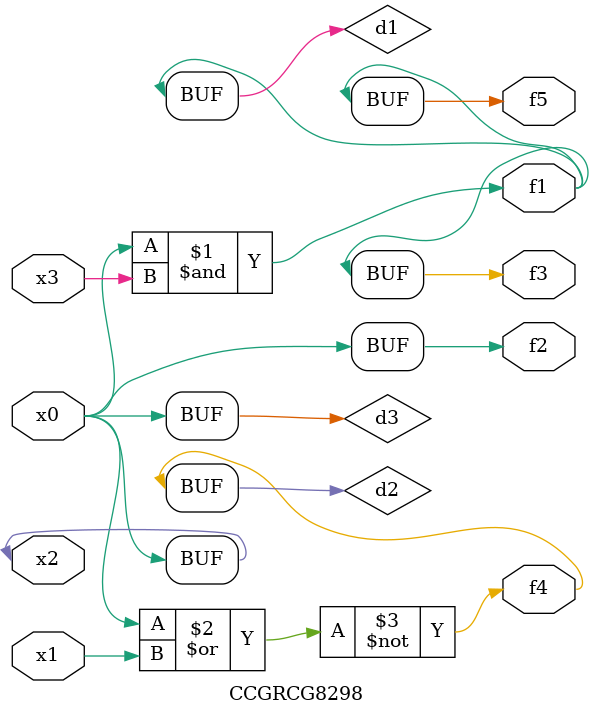
<source format=v>
module CCGRCG8298(
	input x0, x1, x2, x3,
	output f1, f2, f3, f4, f5
);

	wire d1, d2, d3;

	and (d1, x2, x3);
	nor (d2, x0, x1);
	buf (d3, x0, x2);
	assign f1 = d1;
	assign f2 = d3;
	assign f3 = d1;
	assign f4 = d2;
	assign f5 = d1;
endmodule

</source>
